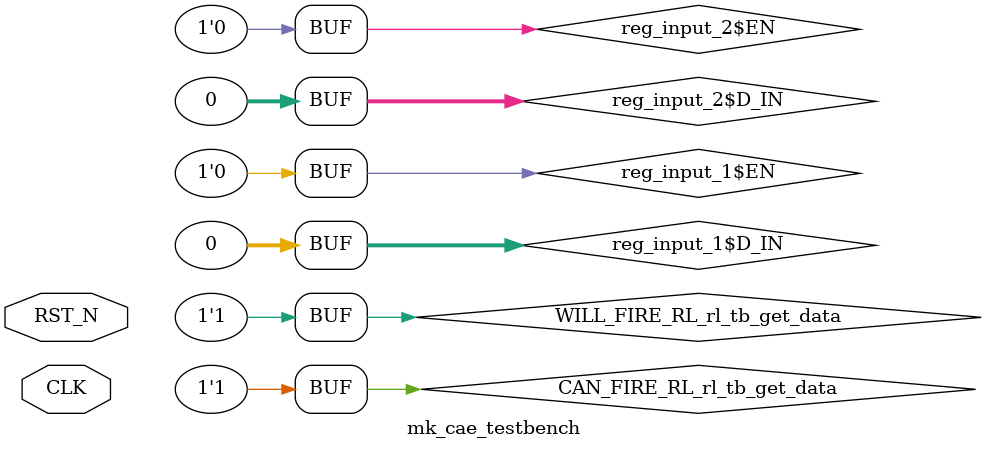
<source format=v>

`ifdef BSV_ASSIGNMENT_DELAY
`else
  `define BSV_ASSIGNMENT_DELAY
`endif

`ifdef BSV_POSITIVE_RESET
  `define BSV_RESET_VALUE 1'b1
  `define BSV_RESET_EDGE posedge
`else
  `define BSV_RESET_VALUE 1'b0
  `define BSV_RESET_EDGE negedge
`endif

module mk_cae_testbench(CLK,
			RST_N);
  input  CLK;
  input  RST_N;

  // register reg_input_1
  reg [31 : 0] reg_input_1;
  wire [31 : 0] reg_input_1$D_IN;
  wire reg_input_1$EN;

  // register reg_input_2
  reg [31 : 0] reg_input_2;
  wire [31 : 0] reg_input_2$D_IN;
  wire reg_input_2$EN;

  // ports of submodule cae_inst
  wire [63 : 0] cae_inst$mv_get_sort;
  wire [31 : 0] cae_inst$mv_get_sort_a, cae_inst$mv_get_sort_b;

  // rule scheduling signals
  wire CAN_FIRE_RL_rl_tb_get_data, WILL_FIRE_RL_rl_tb_get_data;

  // submodule cae_inst
  mk_cae cae_inst(.CLK(CLK),
		  .RST_N(RST_N),
		  .mv_get_sort_a(cae_inst$mv_get_sort_a),
		  .mv_get_sort_b(cae_inst$mv_get_sort_b),
		  .mv_get_sort(cae_inst$mv_get_sort),
		  .RDY_mv_get_sort());

  // rule RL_rl_tb_get_data
  assign CAN_FIRE_RL_rl_tb_get_data = 1'd1 ;
  assign WILL_FIRE_RL_rl_tb_get_data = 1'd1 ;

  // register reg_input_1
  assign reg_input_1$D_IN = 32'h0 ;
  assign reg_input_1$EN = 1'b0 ;

  // register reg_input_2
  assign reg_input_2$D_IN = 32'h0 ;
  assign reg_input_2$EN = 1'b0 ;

  // submodule cae_inst
  assign cae_inst$mv_get_sort_a = reg_input_1 ;
  assign cae_inst$mv_get_sort_b = reg_input_2 ;

  // handling of inlined registers

  always@(posedge CLK)
  begin
    if (RST_N == `BSV_RESET_VALUE)
      begin
        reg_input_1 <= `BSV_ASSIGNMENT_DELAY 32'd9;
	reg_input_2 <= `BSV_ASSIGNMENT_DELAY 32'd4;
      end
    else
      begin
        if (reg_input_1$EN)
	  reg_input_1 <= `BSV_ASSIGNMENT_DELAY reg_input_1$D_IN;
	if (reg_input_2$EN)
	  reg_input_2 <= `BSV_ASSIGNMENT_DELAY reg_input_2$D_IN;
      end
  end

  // synopsys translate_off
  `ifdef BSV_NO_INITIAL_BLOCKS
  `else // not BSV_NO_INITIAL_BLOCKS
  initial
  begin
    reg_input_1 = 32'hAAAAAAAA;
    reg_input_2 = 32'hAAAAAAAA;
  end
  `endif // BSV_NO_INITIAL_BLOCKS
  // synopsys translate_on

  // handling of system tasks

  // synopsys translate_off
  always@(negedge CLK)
  begin
    #0;
    if (RST_N != `BSV_RESET_VALUE)
      $display("Sending data: %0d %0d",
	       $signed(reg_input_1),
	       $signed(reg_input_2));
    if (RST_N != `BSV_RESET_VALUE)
      $display("Received data: %0d %0d",
	       $signed(cae_inst$mv_get_sort[63:32]),
	       $signed(cae_inst$mv_get_sort[31:0]));
    if (RST_N != `BSV_RESET_VALUE) $finish(32'd1);
  end
  // synopsys translate_on
endmodule  // mk_cae_testbench


</source>
